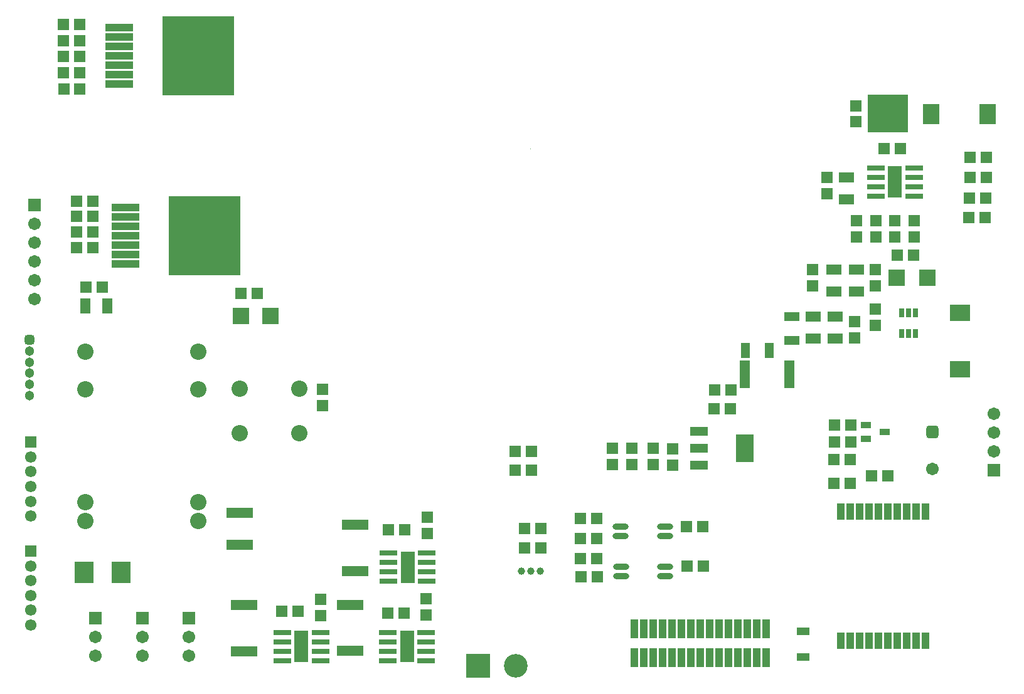
<source format=gts>
%FSLAX25Y25*%
%MOIN*%
G70*
G01*
G75*
G04 Layer_Color=8388736*
%ADD10R,0.05100X0.05100*%
G04:AMPARAMS|DCode=11|XSize=94.49mil|YSize=29.13mil|CornerRadius=0.73mil|HoleSize=0mil|Usage=FLASHONLY|Rotation=270.000|XOffset=0mil|YOffset=0mil|HoleType=Round|Shape=RoundedRectangle|*
%AMROUNDEDRECTD11*
21,1,0.09449,0.02768,0,0,270.0*
21,1,0.09303,0.02913,0,0,270.0*
1,1,0.00146,-0.01384,-0.04652*
1,1,0.00146,-0.01384,0.04652*
1,1,0.00146,0.01384,0.04652*
1,1,0.00146,0.01384,-0.04652*
%
%ADD11ROUNDEDRECTD11*%
%ADD12R,0.03937X0.07087*%
%ADD13R,0.07087X0.03937*%
%ADD14R,0.04724X0.13780*%
%ADD15R,0.05906X0.03543*%
%ADD16R,0.09449X0.11024*%
%ADD17R,0.03150X0.07874*%
%ADD18O,0.07874X0.02362*%
%ADD19R,0.08465X0.04331*%
%ADD20R,0.08465X0.04331*%
%ADD21R,0.08465X0.13780*%
%ADD22R,0.37402X0.41339*%
%ADD23R,0.13780X0.03543*%
%ADD24R,0.08661X0.02362*%
%ADD25R,0.08661X0.02362*%
%ADD26R,0.06693X0.15748*%
%ADD27R,0.13465X0.04921*%
%ADD28R,0.04921X0.02756*%
%ADD29R,0.09843X0.07874*%
%ADD30R,0.13465X0.04724*%
%ADD31R,0.05080X0.05600*%
%ADD32R,0.20472X0.19200*%
%ADD33R,0.07874X0.07874*%
%ADD34R,0.07874X0.07874*%
%ADD35R,0.02165X0.03937*%
%ADD36R,0.05100X0.05100*%
%ADD37R,0.07087X0.04449*%
%ADD38R,0.07874X0.09843*%
%ADD39R,0.04449X0.07087*%
%ADD40C,0.01102*%
%ADD41C,0.03000*%
%ADD42C,0.04331*%
%ADD43C,0.01500*%
%ADD44C,0.02362*%
%ADD45C,0.05000*%
%ADD46C,0.01200*%
%ADD47C,0.02000*%
%ADD48C,0.04000*%
%ADD49C,0.08000*%
%ADD50C,0.10000*%
%ADD51C,0.01969*%
%ADD52C,0.02165*%
%ADD53R,0.03600X0.13800*%
%ADD54R,0.08000X0.29700*%
%ADD55R,0.07000X0.24600*%
%ADD56R,0.06600X0.24400*%
%ADD57R,0.06700X0.20500*%
%ADD58R,0.11300X0.13400*%
%ADD59R,0.09300X0.13200*%
%ADD60R,0.25100X0.17800*%
%ADD61R,0.16300X0.24200*%
%ADD62R,0.31100X0.30000*%
%ADD63R,0.17300X0.10200*%
%ADD64R,0.59000X0.07200*%
%ADD65R,0.10000X0.09200*%
%ADD66R,0.30300X0.11200*%
%ADD67C,0.00197*%
%ADD68C,0.03150*%
%ADD69R,0.11811X0.11811*%
%ADD70C,0.11811*%
%ADD71C,0.05906*%
%ADD72R,0.05906X0.05906*%
%ADD73C,0.04331*%
G04:AMPARAMS|DCode=74|XSize=43.31mil|YSize=43.31mil|CornerRadius=10.83mil|HoleSize=0mil|Usage=FLASHONLY|Rotation=90.000|XOffset=0mil|YOffset=0mil|HoleType=Round|Shape=RoundedRectangle|*
%AMROUNDEDRECTD74*
21,1,0.04331,0.02165,0,0,90.0*
21,1,0.02165,0.04331,0,0,90.0*
1,1,0.02165,0.01083,0.01083*
1,1,0.02165,0.01083,-0.01083*
1,1,0.02165,-0.01083,-0.01083*
1,1,0.02165,-0.01083,0.01083*
%
%ADD74ROUNDEDRECTD74*%
%ADD75C,0.05315*%
%ADD76R,0.05315X0.05315*%
G04:AMPARAMS|DCode=77|XSize=59.06mil|YSize=59.06mil|CornerRadius=14.76mil|HoleSize=0mil|Usage=FLASHONLY|Rotation=90.000|XOffset=0mil|YOffset=0mil|HoleType=Round|Shape=RoundedRectangle|*
%AMROUNDEDRECTD77*
21,1,0.05906,0.02953,0,0,90.0*
21,1,0.02953,0.05906,0,0,90.0*
1,1,0.02953,0.01476,0.01476*
1,1,0.02953,0.01476,-0.01476*
1,1,0.02953,-0.01476,-0.01476*
1,1,0.02953,-0.01476,0.01476*
%
%ADD77ROUNDEDRECTD77*%
%ADD78C,0.07874*%
%ADD79C,0.02000*%
%ADD80C,0.04000*%
%ADD81C,0.03000*%
%ADD82R,0.33700X0.13200*%
%ADD83R,0.09335X0.10100*%
%ADD84R,0.13100X1.68900*%
%ADD85R,0.41700X0.14400*%
%ADD86R,0.19200X0.39100*%
%ADD87R,0.79600X0.20200*%
%ADD88R,0.31800X0.32800*%
%ADD89R,0.10900X0.35200*%
%ADD90R,0.68339X0.12300*%
%ADD91R,0.10300X0.24700*%
%ADD92R,0.11900X0.16700*%
%ADD93R,0.13500X1.15100*%
%ADD94C,0.01000*%
%ADD95C,0.01575*%
%ADD96C,0.01181*%
%ADD97C,0.00984*%
%ADD98C,0.00787*%
%ADD99C,0.00700*%
%ADD100C,0.00600*%
%ADD101C,0.00500*%
%ADD102C,0.01524*%
%ADD103C,0.00394*%
%ADD104R,0.00898X0.08221*%
%ADD105R,0.05900X0.05900*%
G04:AMPARAMS|DCode=106|XSize=102.49mil|YSize=37.13mil|CornerRadius=0.93mil|HoleSize=0mil|Usage=FLASHONLY|Rotation=270.000|XOffset=0mil|YOffset=0mil|HoleType=Round|Shape=RoundedRectangle|*
%AMROUNDEDRECTD106*
21,1,0.10249,0.03528,0,0,270.0*
21,1,0.10063,0.03713,0,0,270.0*
1,1,0.00186,-0.01764,-0.05032*
1,1,0.00186,-0.01764,0.05032*
1,1,0.00186,0.01764,0.05032*
1,1,0.00186,0.01764,-0.05032*
%
%ADD106ROUNDEDRECTD106*%
%ADD107R,0.04737X0.07887*%
%ADD108R,0.07887X0.04737*%
%ADD109R,0.05524X0.14579*%
%ADD110R,0.06706X0.04343*%
%ADD111R,0.10249X0.11824*%
%ADD112R,0.03950X0.08674*%
%ADD113O,0.08674X0.03162*%
%ADD114R,0.09265X0.05131*%
%ADD115R,0.09265X0.05131*%
%ADD116R,0.09265X0.14579*%
%ADD117R,0.38202X0.42139*%
%ADD118R,0.14579X0.04343*%
%ADD119R,0.09461X0.03162*%
%ADD120R,0.09461X0.03162*%
%ADD121R,0.07493X0.16548*%
%ADD122R,0.14265X0.05721*%
%ADD123R,0.05721X0.03556*%
%ADD124R,0.10642X0.08674*%
%ADD125R,0.14265X0.05524*%
%ADD126R,0.05880X0.06400*%
%ADD127R,0.21272X0.20000*%
%ADD128R,0.08674X0.08674*%
%ADD129R,0.08674X0.08674*%
%ADD130R,0.02965X0.04737*%
%ADD131R,0.05900X0.05900*%
%ADD132R,0.07887X0.05249*%
%ADD133R,0.08674X0.10642*%
%ADD134R,0.05249X0.07887*%
%ADD135C,0.03950*%
%ADD136R,0.12611X0.12611*%
%ADD137C,0.12611*%
%ADD138C,0.06706*%
%ADD139R,0.06706X0.06706*%
%ADD140C,0.05131*%
G04:AMPARAMS|DCode=141|XSize=51.31mil|YSize=51.31mil|CornerRadius=12.83mil|HoleSize=0mil|Usage=FLASHONLY|Rotation=90.000|XOffset=0mil|YOffset=0mil|HoleType=Round|Shape=RoundedRectangle|*
%AMROUNDEDRECTD141*
21,1,0.05131,0.02565,0,0,90.0*
21,1,0.02565,0.05131,0,0,90.0*
1,1,0.02565,0.01283,0.01283*
1,1,0.02565,0.01283,-0.01283*
1,1,0.02565,-0.01283,-0.01283*
1,1,0.02565,-0.01283,0.01283*
%
%ADD141ROUNDEDRECTD141*%
%ADD142C,0.06115*%
%ADD143R,0.06115X0.06115*%
G04:AMPARAMS|DCode=144|XSize=67.06mil|YSize=67.06mil|CornerRadius=16.76mil|HoleSize=0mil|Usage=FLASHONLY|Rotation=90.000|XOffset=0mil|YOffset=0mil|HoleType=Round|Shape=RoundedRectangle|*
%AMROUNDEDRECTD144*
21,1,0.06706,0.03353,0,0,90.0*
21,1,0.03353,0.06706,0,0,90.0*
1,1,0.03353,0.01676,0.01676*
1,1,0.03353,0.01676,-0.01676*
1,1,0.03353,-0.01676,-0.01676*
1,1,0.03353,-0.01676,0.01676*
%
%ADD144ROUNDEDRECTD144*%
%ADD145C,0.08674*%
D67*
X-151477Y-78740D02*
G03*
X-151477Y-78740I-98J0D01*
G01*
D02*
G03*
X-151477Y-78740I-98J0D01*
G01*
D02*
G03*
X-151477Y-78740I-98J0D01*
G01*
D02*
G03*
X-151477Y-78740I-98J0D01*
G01*
D105*
X9869Y-234500D02*
D03*
X18531D02*
D03*
X18431Y-243900D02*
D03*
X9769D02*
D03*
X38331Y-252400D02*
D03*
X29669D02*
D03*
X18231Y-256400D02*
D03*
X9569D02*
D03*
X-305431Y-155400D02*
D03*
X-296769D02*
D03*
X-392692Y-122950D02*
D03*
X-384031D02*
D03*
X-59669Y-300600D02*
D03*
X-399549Y-38069D02*
D03*
X9950Y-225507D02*
D03*
X18612D02*
D03*
X-218269Y-281100D02*
D03*
X-399510Y-46969D02*
D03*
X-390849D02*
D03*
X-274869Y-324400D02*
D03*
X-283531D02*
D03*
X-150897Y-239618D02*
D03*
X-45169Y-206900D02*
D03*
X-45313Y-216763D02*
D03*
X-218569Y-325400D02*
D03*
X-227231D02*
D03*
X52131Y-135200D02*
D03*
X43469D02*
D03*
X90531Y-93900D02*
D03*
X81869D02*
D03*
X90231Y-104700D02*
D03*
X81569D02*
D03*
X81369Y-115100D02*
D03*
X90031D02*
D03*
X44931Y-78600D02*
D03*
X36269D02*
D03*
X-390887Y-12569D02*
D03*
X-392692Y-131250D02*
D03*
X-384031D02*
D03*
X-390887Y-38069D02*
D03*
X-390887Y-21038D02*
D03*
X-384031Y-114650D02*
D03*
Y-106350D02*
D03*
X-124631Y-306300D02*
D03*
X-115969D02*
D03*
X-124931Y-296400D02*
D03*
X-116269D02*
D03*
X-68331Y-300600D02*
D03*
X-390887Y-29601D02*
D03*
X-399549D02*
D03*
X-226931Y-281100D02*
D03*
X-150897Y-249518D02*
D03*
X-159558D02*
D03*
X-124931Y-275200D02*
D03*
X-116269D02*
D03*
X-124931Y-285900D02*
D03*
X-116269D02*
D03*
X-68531Y-279500D02*
D03*
X-59869D02*
D03*
X-53831Y-206900D02*
D03*
X-53974Y-216763D02*
D03*
X-159558Y-239618D02*
D03*
X-399549Y-12569D02*
D03*
X-392692Y-106350D02*
D03*
X-399549Y-21038D02*
D03*
X-392692Y-114650D02*
D03*
X81869Y-83000D02*
D03*
X90531D02*
D03*
X-154831Y-280500D02*
D03*
X-146169D02*
D03*
X-387831Y-152200D02*
D03*
X-379169D02*
D03*
X-146169Y-290800D02*
D03*
X-154831D02*
D03*
D106*
X-26319Y-333830D02*
D03*
X-31319Y-333830D02*
D03*
X-36319Y-333830D02*
D03*
X-41319Y-333830D02*
D03*
X-46319Y-333830D02*
D03*
X-51319D02*
D03*
X-56319Y-333830D02*
D03*
X-61319D02*
D03*
X-66319D02*
D03*
X-71319Y-333830D02*
D03*
X-76319D02*
D03*
X-81319Y-333830D02*
D03*
X-86319Y-333830D02*
D03*
X-91319Y-333830D02*
D03*
X-96319Y-333830D02*
D03*
X-26319Y-349184D02*
D03*
X-31319Y-349184D02*
D03*
X-36319Y-349184D02*
D03*
X-41319Y-349184D02*
D03*
X-46319Y-349184D02*
D03*
X-51319D02*
D03*
X-56319Y-349184D02*
D03*
X-61319Y-349184D02*
D03*
X-66319Y-349184D02*
D03*
X-71319Y-349184D02*
D03*
X-76319D02*
D03*
X-81319Y-349184D02*
D03*
X-86319Y-349184D02*
D03*
X-91319Y-349184D02*
D03*
X-96319D02*
D03*
D107*
X-37400Y-185800D02*
D03*
X-24605D02*
D03*
D108*
X-12800Y-180500D02*
D03*
Y-167705D02*
D03*
D109*
X-37600Y-198600D02*
D03*
X-13978D02*
D03*
D110*
X-6700Y-335010D02*
D03*
Y-348790D02*
D03*
D111*
X-388592Y-303701D02*
D03*
X-369065D02*
D03*
D112*
X23381Y-340256D02*
D03*
X28381D02*
D03*
X33381D02*
D03*
X38381D02*
D03*
X43381D02*
D03*
X48381D02*
D03*
X53381D02*
D03*
X18381D02*
D03*
X23381Y-271358D02*
D03*
X28381D02*
D03*
X33381D02*
D03*
X38381D02*
D03*
X43381D02*
D03*
X48381D02*
D03*
X53381D02*
D03*
X18381D02*
D03*
X58381D02*
D03*
X13381D02*
D03*
Y-340256D02*
D03*
X58381D02*
D03*
D113*
X-103511Y-300800D02*
D03*
Y-305800D02*
D03*
X-79889D02*
D03*
Y-300800D02*
D03*
X-103711Y-279400D02*
D03*
Y-284400D02*
D03*
X-80089D02*
D03*
Y-279400D02*
D03*
D114*
X-62005Y-237900D02*
D03*
D115*
Y-246955D02*
D03*
Y-228845D02*
D03*
D116*
X-37595Y-237900D02*
D03*
D117*
X-324574Y-124800D02*
D03*
X-327974Y-29300D02*
D03*
D118*
X-366700Y-124800D02*
D03*
Y-139800D02*
D03*
Y-134800D02*
D03*
Y-129800D02*
D03*
Y-119800D02*
D03*
Y-114800D02*
D03*
Y-109800D02*
D03*
X-370100Y-44300D02*
D03*
Y-39300D02*
D03*
Y-34300D02*
D03*
Y-24300D02*
D03*
Y-19300D02*
D03*
Y-14300D02*
D03*
Y-29300D02*
D03*
D119*
X-283467Y-340700D02*
D03*
Y-345700D02*
D03*
X-262995D02*
D03*
X-262995Y-340700D02*
D03*
X-283467Y-350700D02*
D03*
Y-335700D02*
D03*
X-262995Y-335700D02*
D03*
X-227036Y-298500D02*
D03*
Y-303500D02*
D03*
X-206564D02*
D03*
X-206564Y-298500D02*
D03*
X-227036Y-308500D02*
D03*
Y-293500D02*
D03*
X-227367Y-335800D02*
D03*
Y-350800D02*
D03*
X-206894Y-340800D02*
D03*
X-206894Y-345800D02*
D03*
X-227367D02*
D03*
Y-340800D02*
D03*
X31864Y-93800D02*
D03*
Y-103800D02*
D03*
X52336Y-88800D02*
D03*
Y-93800D02*
D03*
Y-98800D02*
D03*
Y-103800D02*
D03*
X-206894Y-335800D02*
D03*
X-206564Y-293500D02*
D03*
X31864Y-98800D02*
D03*
D120*
X-262995Y-350700D02*
D03*
X-206564Y-308500D02*
D03*
X-206894Y-350800D02*
D03*
X31864Y-88800D02*
D03*
D121*
X-273231Y-343200D02*
D03*
X-216800Y-301000D02*
D03*
X-217131Y-343300D02*
D03*
X42100Y-96300D02*
D03*
D122*
X-303631Y-345705D02*
D03*
Y-321295D02*
D03*
X-247231Y-321095D02*
D03*
Y-345505D02*
D03*
X-244800Y-303005D02*
D03*
Y-278595D02*
D03*
D123*
X26660Y-225367D02*
D03*
Y-232847D02*
D03*
X36502Y-229107D02*
D03*
D124*
X76700Y-195700D02*
D03*
Y-165700D02*
D03*
D125*
X-306000Y-272135D02*
D03*
Y-289065D02*
D03*
D126*
X21371Y-64067D02*
D03*
Y-55747D02*
D03*
D127*
X38430Y-59907D02*
D03*
D128*
X59368Y-147100D02*
D03*
X42832D02*
D03*
D129*
X-289700Y-167600D02*
D03*
X-305448D02*
D03*
D130*
X53040Y-165688D02*
D03*
X49300D02*
D03*
X45560Y-165728D02*
D03*
X53040Y-176712D02*
D03*
X45560Y-176712D02*
D03*
X49300D02*
D03*
D131*
X20500Y-170469D02*
D03*
Y-179131D02*
D03*
X-76100Y-238069D02*
D03*
X-86200Y-246631D02*
D03*
X31600Y-172531D02*
D03*
Y-163869D02*
D03*
X-1800Y-151431D02*
D03*
Y-142769D02*
D03*
X42069Y-116969D02*
D03*
X-76100Y-246731D02*
D03*
X-108100Y-246631D02*
D03*
X31900Y-125631D02*
D03*
Y-116969D02*
D03*
X52169Y-125631D02*
D03*
Y-116969D02*
D03*
X-262100Y-215231D02*
D03*
Y-206569D02*
D03*
X6100Y-93869D02*
D03*
Y-102531D02*
D03*
X-206500Y-274469D02*
D03*
X-206900Y-317869D02*
D03*
X-262900Y-318069D02*
D03*
X-108100Y-237969D02*
D03*
X-86200Y-237969D02*
D03*
X-206900Y-326531D02*
D03*
X-262900Y-326731D02*
D03*
X-206500Y-283131D02*
D03*
X-97600Y-246631D02*
D03*
Y-237969D02*
D03*
X42069Y-125631D02*
D03*
X21500Y-125531D02*
D03*
Y-116869D02*
D03*
X31700Y-142769D02*
D03*
Y-151431D02*
D03*
D132*
X9800Y-154466D02*
D03*
Y-142734D02*
D03*
X21700Y-154466D02*
D03*
Y-142734D02*
D03*
X10400Y-167734D02*
D03*
Y-179466D02*
D03*
X-1200Y-167734D02*
D03*
Y-179466D02*
D03*
X16200Y-105466D02*
D03*
Y-93734D02*
D03*
D133*
X61200Y-60000D02*
D03*
X91200D02*
D03*
D134*
X-376334Y-162100D02*
D03*
X-388066D02*
D03*
D135*
X-156319Y-303207D02*
D03*
X-151319D02*
D03*
X-146319D02*
D03*
D136*
X-179200Y-353400D02*
D03*
D137*
X-159200Y-353400D02*
D03*
D138*
X94535Y-239546D02*
D03*
Y-219546D02*
D03*
Y-229546D02*
D03*
X-332971Y-348307D02*
D03*
Y-338307D02*
D03*
X61882Y-248788D02*
D03*
X-414991Y-138507D02*
D03*
Y-148507D02*
D03*
Y-118507D02*
D03*
Y-158507D02*
D03*
Y-128507D02*
D03*
X-382669Y-338307D02*
D03*
Y-348307D02*
D03*
X-357820D02*
D03*
Y-338307D02*
D03*
D139*
X94535Y-249546D02*
D03*
X-332971Y-328307D02*
D03*
X-414991Y-108507D02*
D03*
X-382669Y-328307D02*
D03*
X-357820D02*
D03*
D140*
X-417519Y-203899D02*
D03*
Y-186182D02*
D03*
Y-197993D02*
D03*
Y-209804D02*
D03*
Y-192088D02*
D03*
D141*
Y-180277D02*
D03*
D142*
X-416998Y-266023D02*
D03*
Y-242401D02*
D03*
Y-273897D02*
D03*
Y-258149D02*
D03*
Y-250275D02*
D03*
X-417151Y-323971D02*
D03*
Y-300349D02*
D03*
Y-331845D02*
D03*
Y-308223D02*
D03*
Y-316097D02*
D03*
D143*
X-416998Y-234527D02*
D03*
X-417151Y-292475D02*
D03*
D144*
X61882Y-229103D02*
D03*
D145*
X-274400Y-206300D02*
D03*
X-305896D02*
D03*
X-274400Y-229922D02*
D03*
X-305896D02*
D03*
X-388000Y-186600D02*
D03*
Y-206600D02*
D03*
X-328000D02*
D03*
Y-186600D02*
D03*
Y-266600D02*
D03*
Y-276600D02*
D03*
X-388000Y-266600D02*
D03*
Y-276600D02*
D03*
M02*

</source>
